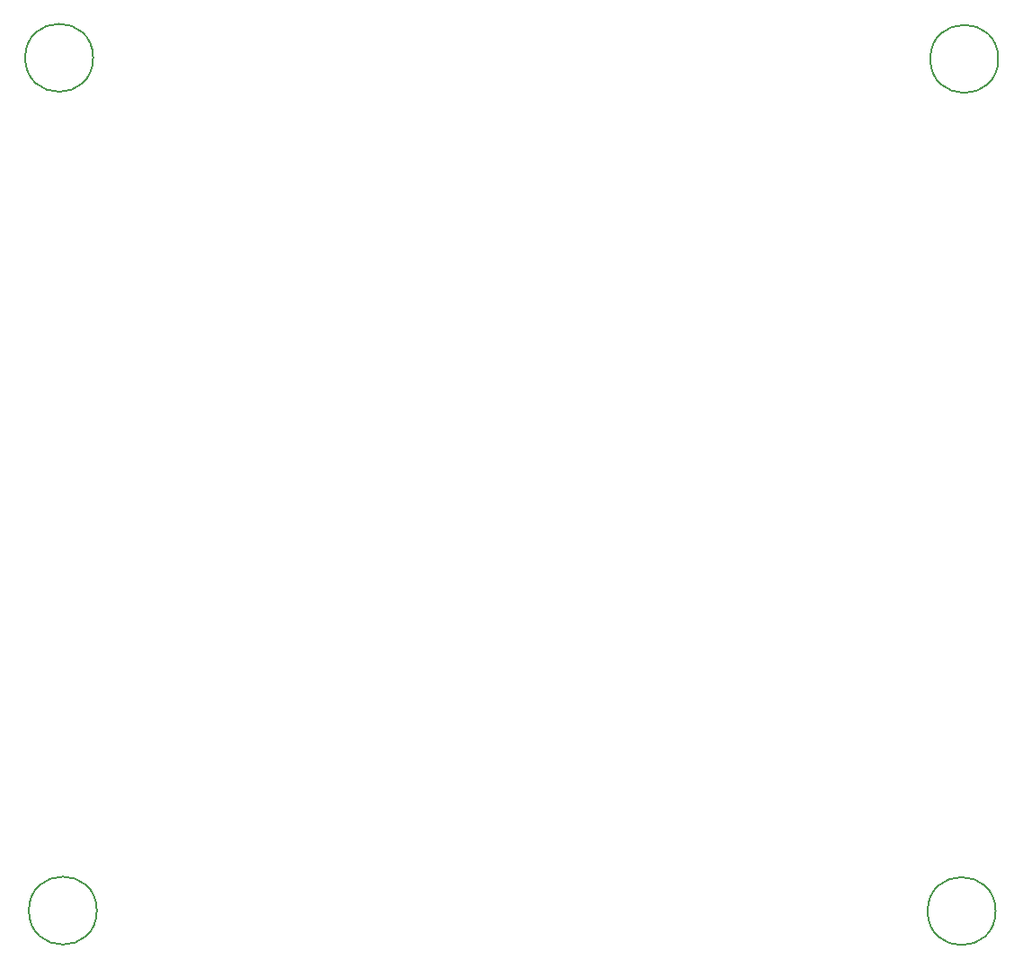
<source format=gbr>
%TF.GenerationSoftware,KiCad,Pcbnew,8.0.2*%
%TF.CreationDate,2024-05-07T00:14:14+01:00*%
%TF.ProjectId,VISIR_Lei_Ohm,56495349-525f-44c6-9569-5f4f686d2e6b,rev?*%
%TF.SameCoordinates,Original*%
%TF.FileFunction,Other,Comment*%
%FSLAX46Y46*%
G04 Gerber Fmt 4.6, Leading zero omitted, Abs format (unit mm)*
G04 Created by KiCad (PCBNEW 8.0.2) date 2024-05-07 00:14:14*
%MOMM*%
%LPD*%
G01*
G04 APERTURE LIST*
%ADD10C,0.150000*%
G04 APERTURE END LIST*
D10*
%TO.C,H4*%
X213900000Y-115800000D02*
G75*
G02*
X207500000Y-115800000I-3200000J0D01*
G01*
X207500000Y-115800000D02*
G75*
G02*
X213900000Y-115800000I3200000J0D01*
G01*
%TO.C,H3*%
X129250000Y-115750000D02*
G75*
G02*
X122850000Y-115750000I-3200000J0D01*
G01*
X122850000Y-115750000D02*
G75*
G02*
X129250000Y-115750000I3200000J0D01*
G01*
%TO.C,H2*%
X128900000Y-35500000D02*
G75*
G02*
X122500000Y-35500000I-3200000J0D01*
G01*
X122500000Y-35500000D02*
G75*
G02*
X128900000Y-35500000I3200000J0D01*
G01*
%TO.C,H1*%
X214150000Y-35600000D02*
G75*
G02*
X207750000Y-35600000I-3200000J0D01*
G01*
X207750000Y-35600000D02*
G75*
G02*
X214150000Y-35600000I3200000J0D01*
G01*
%TD*%
M02*

</source>
